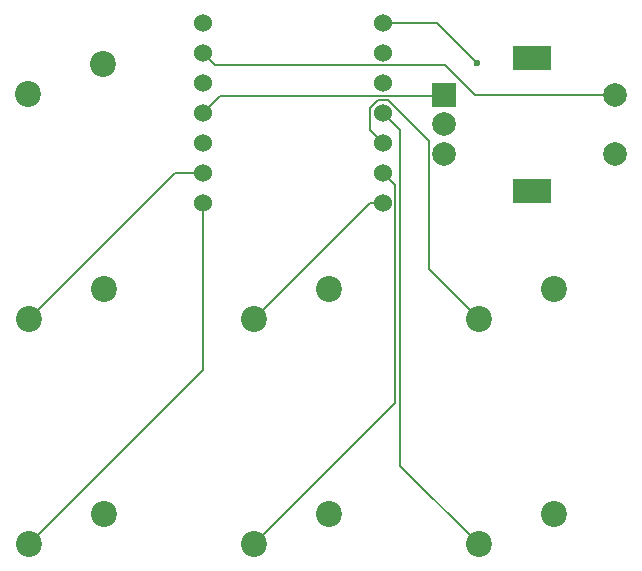
<source format=gbl>
G04 #@! TF.GenerationSoftware,KiCad,Pcbnew,9.0.2*
G04 #@! TF.CreationDate,2025-06-17T21:40:11-05:00*
G04 #@! TF.ProjectId,hackapad_but_kerbal,6861636b-6170-4616-945f-6275745f6b65,rev?*
G04 #@! TF.SameCoordinates,Original*
G04 #@! TF.FileFunction,Copper,L2,Bot*
G04 #@! TF.FilePolarity,Positive*
%FSLAX46Y46*%
G04 Gerber Fmt 4.6, Leading zero omitted, Abs format (unit mm)*
G04 Created by KiCad (PCBNEW 9.0.2) date 2025-06-17 21:40:11*
%MOMM*%
%LPD*%
G01*
G04 APERTURE LIST*
G04 #@! TA.AperFunction,ComponentPad*
%ADD10C,2.200000*%
G04 #@! TD*
G04 #@! TA.AperFunction,ComponentPad*
%ADD11R,2.000000X2.000000*%
G04 #@! TD*
G04 #@! TA.AperFunction,ComponentPad*
%ADD12C,2.000000*%
G04 #@! TD*
G04 #@! TA.AperFunction,ComponentPad*
%ADD13R,3.200000X2.000000*%
G04 #@! TD*
G04 #@! TA.AperFunction,ComponentPad*
%ADD14C,1.524000*%
G04 #@! TD*
G04 #@! TA.AperFunction,ViaPad*
%ADD15C,0.600000*%
G04 #@! TD*
G04 #@! TA.AperFunction,Conductor*
%ADD16C,0.200000*%
G04 #@! TD*
G04 APERTURE END LIST*
D10*
G04 #@! TO.P,SW1,1,1*
G04 #@! TO.N,GND*
X110560000Y-87361250D03*
G04 #@! TO.P,SW1,2,2*
G04 #@! TO.N,Net-(U1-GPIO7{slash}SCL)*
X104210000Y-89901250D03*
G04 #@! TD*
G04 #@! TO.P,SW4,1,1*
G04 #@! TO.N,GND*
X129610000Y-106420000D03*
G04 #@! TO.P,SW4,2,2*
G04 #@! TO.N,Net-(U1-GPIO2{slash}SCK)*
X123260000Y-108960000D03*
G04 #@! TD*
D11*
G04 #@! TO.P,SW7,A,A*
G04 #@! TO.N,Net-(U1-GPIO29{slash}ADC3{slash}A3)*
X139376250Y-70900000D03*
D12*
G04 #@! TO.P,SW7,B,B*
G04 #@! TO.N,Net-(U1-GPIO28{slash}ADC2{slash}A2)*
X139376250Y-75900000D03*
G04 #@! TO.P,SW7,C,C*
G04 #@! TO.N,GND*
X139376250Y-73400000D03*
D13*
G04 #@! TO.P,SW7,MP*
G04 #@! TO.N,N/C*
X146876250Y-67800000D03*
X146876250Y-79000000D03*
D12*
G04 #@! TO.P,SW7,S1,S1*
G04 #@! TO.N,GND*
X153876250Y-75900000D03*
G04 #@! TO.P,SW7,S2,S2*
G04 #@! TO.N,Net-(U1-GPIO27{slash}ADC1{slash}A1)*
X153876250Y-70900000D03*
G04 #@! TD*
D10*
G04 #@! TO.P,SW2,1,1*
G04 #@! TO.N,GND*
X110560000Y-106411250D03*
G04 #@! TO.P,SW2,2,2*
G04 #@! TO.N,Net-(U1-GPIO0{slash}TX)*
X104210000Y-108951250D03*
G04 #@! TD*
G04 #@! TO.P,SW5,1,1*
G04 #@! TO.N,GND*
X148660000Y-87370000D03*
G04 #@! TO.P,SW5,2,2*
G04 #@! TO.N,Net-(U1-GPIO4{slash}MISO)*
X142310000Y-89910000D03*
G04 #@! TD*
G04 #@! TO.P,SW3,1,1*
G04 #@! TO.N,GND*
X129610000Y-87361250D03*
G04 #@! TO.P,SW3,2,2*
G04 #@! TO.N,Net-(U1-GPIO1{slash}RX)*
X123260000Y-89901250D03*
G04 #@! TD*
D14*
G04 #@! TO.P,U1,1,GPIO26/ADC0/A0*
G04 #@! TO.N,Net-(U1-GPIO26{slash}ADC0{slash}A0)*
X118960000Y-64800000D03*
G04 #@! TO.P,U1,2,GPIO27/ADC1/A1*
G04 #@! TO.N,Net-(U1-GPIO27{slash}ADC1{slash}A1)*
X118960000Y-67340000D03*
G04 #@! TO.P,U1,3,GPIO28/ADC2/A2*
G04 #@! TO.N,Net-(U1-GPIO28{slash}ADC2{slash}A2)*
X118960000Y-69880000D03*
G04 #@! TO.P,U1,4,GPIO29/ADC3/A3*
G04 #@! TO.N,Net-(U1-GPIO29{slash}ADC3{slash}A3)*
X118960000Y-72420000D03*
G04 #@! TO.P,U1,5,GPIO6/SDA*
G04 #@! TO.N,Net-(D1-DIN)*
X118960000Y-74960000D03*
G04 #@! TO.P,U1,6,GPIO7/SCL*
G04 #@! TO.N,Net-(U1-GPIO7{slash}SCL)*
X118960000Y-77500000D03*
G04 #@! TO.P,U1,7,GPIO0/TX*
G04 #@! TO.N,Net-(U1-GPIO0{slash}TX)*
X118960000Y-80040000D03*
G04 #@! TO.P,U1,8,GPIO1/RX*
G04 #@! TO.N,Net-(U1-GPIO1{slash}RX)*
X134200000Y-80040000D03*
G04 #@! TO.P,U1,9,GPIO2/SCK*
G04 #@! TO.N,Net-(U1-GPIO2{slash}SCK)*
X134200000Y-77500000D03*
G04 #@! TO.P,U1,10,GPIO4/MISO*
G04 #@! TO.N,Net-(U1-GPIO4{slash}MISO)*
X134200000Y-74960000D03*
G04 #@! TO.P,U1,11,GPIO3/MOSI*
G04 #@! TO.N,Net-(U1-GPIO3{slash}MOSI)*
X134200000Y-72420000D03*
G04 #@! TO.P,U1,12,3V3*
G04 #@! TO.N,unconnected-(U1-3V3-Pad12)*
X134200000Y-69880000D03*
G04 #@! TO.P,U1,13,GND*
G04 #@! TO.N,GND*
X134200000Y-67340000D03*
G04 #@! TO.P,U1,14,VBUS*
G04 #@! TO.N,+5V*
X134200000Y-64800000D03*
G04 #@! TD*
D10*
G04 #@! TO.P,SW6,1,1*
G04 #@! TO.N,GND*
X148660000Y-106420000D03*
G04 #@! TO.P,SW6,2,2*
G04 #@! TO.N,Net-(U1-GPIO3{slash}MOSI)*
X142310000Y-108960000D03*
G04 #@! TD*
G04 #@! TO.P,SW8,1,1*
G04 #@! TO.N,Net-(U1-GPIO26{slash}ADC0{slash}A0)*
X110540000Y-68320000D03*
G04 #@! TO.P,SW8,2,2*
G04 #@! TO.N,GND*
X104190000Y-70860000D03*
G04 #@! TD*
D15*
G04 #@! TO.N,+5V*
X142200000Y-68200000D03*
G04 #@! TD*
D16*
G04 #@! TO.N,+5V*
X142200000Y-68200000D02*
X138800000Y-64800000D01*
X138800000Y-64800000D02*
X134200000Y-64800000D01*
G04 #@! TO.N,Net-(U1-GPIO7{slash}SCL)*
X116611250Y-77500000D02*
X118960000Y-77500000D01*
X104210000Y-89901250D02*
X116611250Y-77500000D01*
G04 #@! TO.N,Net-(U1-GPIO0{slash}TX)*
X118960000Y-94201250D02*
X118960000Y-80040000D01*
X104210000Y-108951250D02*
X118960000Y-94201250D01*
G04 #@! TO.N,Net-(U1-GPIO1{slash}RX)*
X133121250Y-80040000D02*
X134200000Y-80040000D01*
X123260000Y-89901250D02*
X133121250Y-80040000D01*
G04 #@! TO.N,Net-(U1-GPIO2{slash}SCK)*
X135263000Y-78563000D02*
X134200000Y-77500000D01*
X135263000Y-96957000D02*
X135263000Y-78563000D01*
X123260000Y-108960000D02*
X135263000Y-96957000D01*
G04 #@! TO.N,Net-(U1-GPIO4{slash}MISO)*
X133137000Y-71979690D02*
X133137000Y-73897000D01*
X133137000Y-73897000D02*
X134200000Y-74960000D01*
X138075250Y-74791940D02*
X134640310Y-71357000D01*
X133759690Y-71357000D02*
X133137000Y-71979690D01*
X138075250Y-85675250D02*
X138075250Y-74791940D01*
X134640310Y-71357000D02*
X133759690Y-71357000D01*
X142310000Y-89910000D02*
X138075250Y-85675250D01*
G04 #@! TO.N,Net-(U1-GPIO3{slash}MOSI)*
X142310000Y-108960000D02*
X135664000Y-102314000D01*
X135664000Y-73884000D02*
X134200000Y-72420000D01*
X135664000Y-102314000D02*
X135664000Y-73884000D01*
G04 #@! TO.N,Net-(U1-GPIO29{slash}ADC3{slash}A3)*
X118960000Y-72420000D02*
X120424000Y-70956000D01*
X139320250Y-70956000D02*
X139376250Y-70900000D01*
X120424000Y-70956000D02*
X139320250Y-70956000D01*
G04 #@! TO.N,Net-(U1-GPIO27{slash}ADC1{slash}A1)*
X153876250Y-70900000D02*
X141978250Y-70900000D01*
X139481250Y-68403000D02*
X120023000Y-68403000D01*
X120023000Y-68403000D02*
X118960000Y-67340000D01*
X141978250Y-70900000D02*
X139481250Y-68403000D01*
G04 #@! TD*
M02*

</source>
